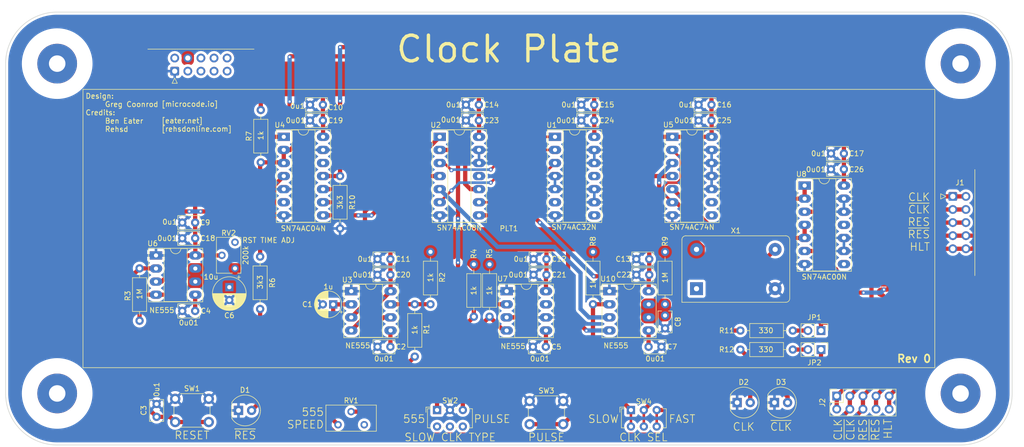
<source format=kicad_pcb>
(kicad_pcb (version 20211014) (generator pcbnew)
  (title_block (title "ClockPlate") (date "2022-12-30") (rev "9") (company "Microcode.io"))
  (layers (0 "F.Cu" signal) (31 "B.Cu" power) (34 "B.Paste" user) (35 "F.Paste" user) (36 "B.SilkS" user "B.Silkscreen") (37 "F.SilkS" user "F.Silkscreen") (38 "B.Mask" user) (39 "F.Mask" user) (44 "Edge.Cuts" user))
  (net 0 "")
  (net 1 "Net-(C1-Pad1)")
  (net 2 "GND")
  (net 3 "Net-(C2-Pad1)")
  (net 4 "Net-(C3-Pad1)")
  (net 5 "Net-(C4-Pad1)")
  (net 6 "Net-(C5-Pad1)")
  (net 7 "Net-(C6-Pad1)")
  (net 8 "Net-(C7-Pad1)")
  (net 9 "Net-(C8-Pad1)")
  (net 10 "+5V")
  (net 11 "Net-(D1-Pad2)")
  (net 12 "Net-(D2-Pad2)")
  (net 13 "Net-(D3-Pad2)")
  (net 14 "CLK")
  (net 15 "~{CLK}")
  (net 16 "RES")
  (net 17 "~{RES}")
  (net 18 "HLT")
  (net 19 "Net-(JP1-Pad2)")
  (net 20 "Net-(JP2-Pad2)")
  (net 21 "Net-(R1-Pad1)")
  (net 22 "Net-(R1-Pad2)")
  (net 23 "Net-(R4-Pad2)")
  (net 24 "Net-(R5-Pad2)")
  (net 25 "Net-(R8-Pad2)")
  (net 28 "/CLK_SLOW")
  (net 29 "/CLK_FAST")
  (net 30 "Net-(U1-Pad1)")
  (net 31 "Net-(U1-Pad2)")
  (net 32 "Net-(U1-Pad3)")
  (net 36 "/CLK_555")
  (net 37 "/CLK_TYPE")
  (net 38 "Net-(U2-Pad4)")
  (net 39 "/CLK_PULSE")
  (net 40 "~{HLT}")
  (net 44 "Net-(U5-Pad2)")
  (net 45 "Net-(U5-Pad5)")
  (net 48 "Net-(U6-Pad3)")
  (net 64 "/CLK_SEL")
  (footprint "Capacitor_THT:C_Rect_L4.0mm_W2.5mm_P2.50mm" (layer "F.Cu") (at 170.454 100.555113)
    (fp_text reference "C13")
    (fp_text value "0u1")
  )
  (footprint "Resistor_THT:R_Axial_DIN0207_L6.3mm_D2.5mm_P10.16mm_Horizontal" (layer "F.Cu") (at 162.052 99.158113 -90)
    (fp_text reference "R8")
    (fp_text value "1k")
  )
  (footprint "Capacitor_THT:C_Rect_L4.0mm_W2.5mm_P2.50mm" (layer "F.Cu") (at 182.519 73.66)
    (fp_text reference "C25")
    (fp_text value "0u01")
  )
  (footprint "Package_DIP:DIP-14_W7.62mm_Socket_LongPads" (layer "F.Cu") (at 102.118 76.83)
    (fp_text reference "U4")
    (fp_text value "SN74AC04N_Multi")
  )
  (footprint "Capacitor_THT:C_Rect_L4.0mm_W2.5mm_P2.50mm" (layer "F.Cu") (at 107.208 70.612)
    (fp_text reference "C10")
    (fp_text value "0u1")
  )
  (footprint "Capacitor_THT:C_Rect_L4.0mm_W2.5mm_P2.50mm" (layer "F.Cu") (at 107.208 73.66)
    (fp_text reference "C19")
    (fp_text value "0u01")
  )
  (footprint "Capacitor_THT:C_Rect_L4.0mm_W2.5mm_P2.50mm" (layer "F.Cu") (at 150.535 100.555113)
    (fp_text reference "C12")
    (fp_text value "0u1")
  )
  (footprint "Potentiometer_THT:Potentiometer_Bourns_3386X_Horizontal" (layer "F.Cu") (at 112.632834 132.695 90)
    (fp_text reference "RV1")
    (fp_text value "1M")
  )
  (footprint "Package_DIP:DIP-14_W7.62mm_Socket_LongPads" (layer "F.Cu") (at 132.344 76.83)
    (fp_text reference "U2")
    (fp_text value "SN74AC08N")
  )
  (footprint "Package_DIP:DIP-8_W7.62mm_Socket_LongPads" (layer "F.Cu") (at 145.318 106.788113)
    (fp_text reference "U7")
    (fp_text value "NE555P")
  )
  (footprint "Resistor_THT:R_Axial_DIN0207_L6.3mm_D2.5mm_P10.16mm_Horizontal" (layer "F.Cu") (at 97.536 100.076 -90)
    (fp_text reference "R6")
    (fp_text value "3k3")
  )
  (footprint "Package_DIP:DIP-14_W7.62mm_Socket_LongPads" (layer "F.Cu") (at 154.686 76.83)
    (fp_text reference "U1")
    (fp_text value "SN74AC32N")
  )
  (footprint "LED_THT:LED_D5.0mm" (layer "F.Cu") (at 197.226 128.397)
    (fp_text reference "D3")
    (fp_text value "~{CLK}_LED")
  )
  (footprint "Capacitor_THT:C_Rect_L4.0mm_W2.5mm_P2.50mm" (layer "F.Cu") (at 77.47 131.171 90)
    (fp_text reference "C3")
    (fp_text value "0u1")
  )
  (footprint "Connector_PinSocket_2.54mm:PinSocket_2x05_P2.54mm_Vertical" (layer "F.Cu") (at 209.296 127.127 90)
    (fp_text reference "J2")
    (fp_text value "Signal Header")
  )
  (footprint "Capacitor_THT:C_Rect_L4.0mm_W2.5mm_P2.50mm" (layer "F.Cu") (at 170.454 103.603113)
    (fp_text reference "C22")
    (fp_text value "0u01")
  )
  (footprint "Connector_PinHeader_2.54mm:PinHeader_1x02_P2.54mm_Vertical" (layer "F.Cu") (at 206.248 114.427 -90)
    (fp_text reference "JP1")
    (fp_text value "CLK_LED_JMP")
  )
  (footprint "Resistor_THT:R_Axial_DIN0207_L6.3mm_D2.5mm_P10.16mm_Horizontal" (layer "F.Cu") (at 127.508 119.478113 90)
    (fp_text reference "R1")
    (fp_text value "1k")
  )
  (footprint "Connector_PinHeader_2.54mm:PinHeader_1x02_P2.54mm_Vertical" (layer "F.Cu") (at 206.248 118.11 -90)
    (fp_text reference "JP2")
    (fp_text value "~{CLK}_LED_JMP")
  )
  (footprint "Capacitor_THT:C_Rect_L4.0mm_W2.5mm_P2.50mm" (layer "F.Cu") (at 137.434 73.66)
    (fp_text reference "C23")
    (fp_text value "0u01")
  )
  (footprint "Resistor_THT:R_Axial_DIN0207_L6.3mm_D2.5mm_P10.16mm_Horizontal" (layer "F.Cu") (at 200.782 118.11 180)
    (fp_text reference "R12")
    (fp_text value "330")
  )
  (footprint "Capacitor_THT:C_Rect_L4.0mm_W2.5mm_P2.50mm" (layer "F.Cu") (at 150.535 103.603113)
    (fp_text reference "C21")
    (fp_text value "0u01")
  )
  (footprint "Capacitor_THT:C_Rect_L4.0mm_W2.5mm_P2.50mm" (layer "F.Cu") (at 84.943 110.617 180)
    (fp_text reference "C4")
    (fp_text value "0u01")
  )
  (footprint "Button_Switch_THT:SW_PUSH_6mm" (layer "F.Cu") (at 149.774166 128.095)
    (fp_text reference "SW3")
    (fp_text value "Clock Pulse")
  )
  (footprint "Package_DIP:DIP-14_W7.62mm_Socket_LongPads" (layer "F.Cu") (at 203.073 86.2915)
    (fp_text reference "U8")
    (fp_text value "SN74AC00N")
  )
  (footprint "Button_Switch_THT:SW_E-Switch_EG1271_DPDT" (layer "F.Cu") (at 169.407334 129.845)
    (fp_text reference "SW4")
    (fp_text value "Clock Source SW")
  )
  (footprint "Resistor_THT:R_Axial_DIN0207_L6.3mm_D2.5mm_P10.16mm_Horizontal" (layer "F.Cu") (at 138.958 101.571113 -90)
    (fp_text reference "R4")
    (fp_text value "1k")
  )
  (footprint "Capacitor_THT:C_Rect_L4.0mm_W2.5mm_P2.50mm" (layer "F.Cu") (at 208.188 83.1215)
    (fp_text reference "C26")
    (fp_text value "0u01")
  )
  (footprint "Package_DIP:DIP-8_W7.62mm_Socket_LongPads" (layer "F.Cu") (at 115.199 106.788113)
    (fp_text reference "U3")
    (fp_text value "NE555P")
  )
  (footprint "Resistor_THT:R_Axial_DIN0207_L6.3mm_D2.5mm_P10.16mm_Horizontal" (layer "F.Cu") (at 74.168 102.362 -90)
    (fp_text reference "R3")
    (fp_text value "1M")
  )
  (footprint "Capacitor_THT:C_Rect_L4.0mm_W2.5mm_P2.50mm" (layer "F.Cu") (at 172.827 117.573113)
    (fp_text reference "C7")
    (fp_text value "0u01")
  )
  (footprint "Capacitor_THT:C_Rect_L4.0mm_W2.5mm_P2.50mm" (layer "F.Cu") (at 137.434 70.612)
    (fp_text reference "C14")
    (fp_text value "0u1")
  )
  (footprint "Potentiometer_THT:Potentiometer_Bourns_3266W_Vertical" (layer "F.Cu") (at 92.665 102.362 -90)
    (fp_text reference "RV2")
    (fp_text value "200k")
  )
  (footprint "Button_Switch_THT:SW_PUSH_6mm" (layer "F.Cu") (at 81.078 127.671)
    (fp_text reference "SW1")
    (fp_text value "Reset SW")
  )
  (footprint "Capacitor_THT:C_Rect_L4.0mm_W2.5mm_P2.50mm" (layer "F.Cu") (at 120.289 100.555113)
    (fp_text reference "C11")
    (fp_text value "0u1")
  )
  (footprint "ExtraParts:LP_EXT" (layer "F.Cu") (at 231.7925 88.392)
    (fp_text reference "J1")
    (fp_text value "Signal Header")
  )
  (footprint "Package_DIP:DIP-14_W7.62mm_Socket_LongPads" (layer "F.Cu") (at 177.429 76.83)
    (fp_text reference "U5")
    (fp_text value "SN74AC74N")
  )
  (footprint "Resistor_THT:R_Axial_DIN0207_L6.3mm_D2.5mm_P10.16mm_Horizontal" (layer "F.Cu") (at 142.006 101.571113 -90)
    (fp_text reference "R5")
    (fp_text value "1k")
  )
  (footprint "Resistor_THT:R_Axial_DIN0207_L6.3mm_D2.5mm_P10.16mm_Horizontal" (layer "F.Cu") (at 176.022 99.158113 -90)
    (fp_text reference "R9")
    (fp_text value "1M")
  )
  (footprint "Resistor_THT:R_Axial_DIN0207_L6.3mm_D2.5mm_P10.16mm_Horizontal" (layer "F.Cu") (at 200.782 114.427 180)
    (fp_text reference "R11")
    (fp_text value "330")
  )
  (footprint "Package_DIP:DIP-8_W7.62mm_Socket_LongPads" (layer "F.Cu") (at 165.237 106.788113)
    (fp_text reference "U10")
    (fp_text value "NE555P")
  )
  (footprint "Button_Switch_THT:SW_E-Switch_EG1271_DPDT" (layer "F.Cu") (at 131.826 129.845)
    (fp_text reference "SW2")
    (fp_text value "Clock Type SW")
  )
  (footprint "Resistor_THT:R_Axial_DIN0207_L6.3mm_D2.5mm_P10.16mm_Horizontal" (layer "F.Cu") (at 130.556 109.318113 90)
    (fp_text reference "R2")
    (fp_text value "1k")
  )
  (footprint "Capacitor_THT:CP_Radial_D6.3mm_P2.50mm" (layer "F.Cu") (at 91.567 106.005621 -90)
    (fp_text reference "C6")
    (fp_text value "10u")
  )
  (footprint "Package_DIP:DIP-8_W7.62mm_Socket_LongPads" (layer "F.Cu") (at 77.353 99.847)
    (fp_text reference "U6")
    (fp_text value "NE555P")
  )
  (footprint "Capacitor_THT:C_Rect_L4.0mm_W2.5mm_P2.50mm" (layer "F.Cu") (at 82.443 93.472)
    (fp_text reference "C9")
    (fp_text value "0u1")
  )
  (footprint "Capacitor_THT:C_Rect_L4.0mm_W2.5mm_P2.50mm" (layer "F.Cu") (at 182.519 70.612)
    (fp_text reference "C16")
    (fp_text value "0u1")
  )
  (footprint "Capacitor_THT:C_Rect_L4.0mm_W2.5mm_P2.50mm" (layer "F.Cu") (at 82.443 96.52)
    (fp_text reference "C18")
    (fp_text value "0u01")
  )
  (footprint "Capacitor_THT:CP_Radial_D5.0mm_P2.00mm" (layer "F.Cu") (at 111.699113 109.347 180)
    (fp_text reference "C1")
    (fp_text value "1u")
  )
  (footprint "Capacitor_THT:C_Rect_L4.0mm_W2.5mm_P2.50mm" (layer "F.Cu") (at 120.289 103.603113)
    (fp_text reference "C20")
    (fp_text value "0u01")
  )
  (footprint "ExtraParts:BasePlate with Extension" (layer "F.Cu") (at 145.751225 94.627)
    (fp_text reference "PLT1")
    (fp_text value "BasePlate_with_PL_Extension")
    (fp_poly (pts (arc (start 87.55 42) (mid 94.621068 39.071068) (end 97.55 32)) (arc (start 97.55 -32) (mid 94.621068 -39.071068) (end 87.55 -42)) (arc (start -87.55 -42) (mid -94.621068 -39.071068) (end -97.55 -32)) (arc (start -97.55 32) (mid -94.621068 39.071068) (end -87.55 42))) (layer "Edge.Cuts") (width 0.12) (fill none))
  )
  (footprint "Capacitor_THT:C_Rect_L4.0mm_W2.5mm_P2.50mm" (layer "F.Cu") (at 152.908 117.573113 180)
    (fp_text reference "C5")
    (fp_text value "0u01")
  )
  (footprint "Resistor_THT:R_Axial_DIN0207_L6.3mm_D2.5mm_P10.16mm_Horizontal" (layer "F.Cu") (at 97.663 71.628 -90)
    (fp_text reference "R7")
    (fp_text value "1k")
  )
  (footprint "Resistor_THT:R_Axial_DIN0207_L6.3mm_D2.5mm_P10.16mm_Horizontal" (layer "F.Cu") (at 113.03 84.455 -90)
    (fp_text reference "R10")
    (fp_text value "3k3")
  )
  (footprint "LED_THT:LED_D5.0mm" (layer "F.Cu") (at 189.987 128.397)
    (fp_text reference "D2")
    (fp_text value "CLK_LED")
  )
  (footprint "Oscillator:Oscillator_DIP-14_LargePads" (layer "F.Cu") (at 182.118 106.299)
    (fp_text reference "X1")
    (fp_text value "CXO_DIP14")
  )
  (footprint "LED_THT:LED_D5.0mm" (layer "F.Cu") (at 93.34 129.921)
    (fp_text reference "D1")
    (fp_text value "~{RES}_LED")
  )
  (footprint "Capacitor_THT:C_Rect_L4.0mm_W2.5mm_P2.50mm" (layer "F.Cu") (at 159.786 70.612)
    (fp_text reference "C15")
    (fp_text value "0u1")
  )
  (footprint "Capacitor_THT:C_Rect_L4.0mm_W2.5mm_P2.50mm" (layer "F.Cu") (at 122.789 117.573113 180)
    (fp_text reference "C2")
    (fp_text value "0u01")
  )
  (footprint "Capacitor_THT:C_Rect_L4.0mm_W2.5mm_P2.50mm" (layer "F.Cu") (at 208.188 80.0735)
    (fp_text reference "C17")
    (fp_text value "0u1")
  )
  (footprint "Capacitor_THT:C_Rect_L4.0mm_W2.5mm_P2.50mm" (layer "F.Cu") (at 176.022 111.497113 -90)
    (fp_text reference "C8")
    (fp_text value "0u1")
  )
  (footprint "Capacitor_THT:C_Rect_L4.0mm_W2.5mm_P2.50mm" (layer "F.Cu") (at 159.786 73.66)
    (fp_text reference "C24")
    (fp_text value "0u01")
  )
  (gr_text "SN74AC74N" (at 181.229 94.361) (layer "F.SilkS") (effects (font (size 1 1))))
  (gr_text "PULSE" (at 142.494 131.572) (layer "F.SilkS") (effects (font (size 1.5 1.5))))
  (gr_text "CLK" (at 191.262 133.096) (layer "F.SilkS") (effects (font (size 1.5 1.5))))
  (gr_text "SLOW" (at 164.084 131.572) (layer "F.SilkS") (effects (font (size 1.5 1.5))))
  (gr_text "RST TIME ADJ" (at 99.187 96.901) (layer "F.SilkS") (effects (font (size 1 1))))
  (gr_text "FAST" (at 179.324 131.572) (layer "F.SilkS") (effects (font (size 1.5 1.5))))
  (gr_text "NE555" (at 116.459 117.348) (layer "F.SilkS") (effects (font (size 1 1))))
  (gr_text "~{CLK}" (at 198.501 133.096) (layer "F.SilkS") (effects (font (size 1.5 1.5))))
  (gr_text "Clock Plate" (at 145.751225 59.817) (layer "F.SilkS") (effects (font (size 5 5) (thickness 0.65))))
  (gr_text "555" (at 127.381 131.572) (layer "F.SilkS") (effects (font (size 1.5 1.5))))
  (gr_text "SN74AC08N" (at 136.144 94.488) (layer "F.SilkS") (effects (font (size 1 1))))
  (gr_text "[microcode.io]\n\n[eater.net]\n[rehsdonline.com]" (at 78.359 72.898) (layer "F.SilkS") (effects (font (size 1 1)) (justify left)))
  (gr_text "RESET" (at 84.328 134.747) (layer "F.SilkS") (effects (font (size 1.5 1.5))))
  (gr_text "Design:\n	Greg Coonrod\nCredits:\n	Ben Eater\n	Rehsd	" (at 63.627 72.136) (layer "F.SilkS") (effects (font (size 1 1)) (justify left)))
  (gr_text "SN74AC32N" (at 158.369 94.361) (layer "F.SilkS") (effects (font (size 1 1))))
  (gr_text "~{RES}" (at 94.615 134.747) (layer "F.SilkS") (effects (font (size 1.5 1.5))))
  (gr_text "NE555" (at 78.486 110.49) (layer "F.SilkS") (effects (font (size 1 1))))
  (gr_text "SLOW CLK TYPE" (at 134.366 135.128) (layer "F.SilkS") (effects (font (size 1.5 1.5))))
  (gr_text "SN74AC04N" (at 105.918 94.615) (layer "F.SilkS") (effects (font (size 1 1))))
  (gr_text "NE555" (at 166.497 117.348) (layer "F.SilkS") (effects (font (size 1 1))))
  (gr_text "CLK\n~{CLK}\nRES\n~{RES}\nHLT" (at 214.376 131.445 90) (layer "F.SilkS") (effects (font (size 1.5 1.5)) (justify right)))
  (gr_text "SN74AC00N" (at 206.883 104.013) (layer "F.SilkS") (effects (font (size 1 1))))
  (gr_text "PULSE" (at 153.035 135.128) (layer "F.SilkS") (effects (font (size 1.5 1.5))))
  (gr_text "Rev 0" (at 224.282 119.888) (layer "F.SilkS") (effects (font (size 1.5 1.5) (thickness 0.3))))
  (gr_text "NE555" (at 146.558 117.475) (layer "F.SilkS") (effects (font (size 1 1))))
  (gr_text "555\nSPEED" (at 109.982 131.445) (layer "F.SilkS") (effects (font (size 1.5 1.5)) (justify right)))
  (gr_text "CLK\n~{CLK}\nRES\n~{RES}\nHLT" (at 227.457 93.345) (layer "F.SilkS") (effects (font (size 1.5 1.5)) (justify right)))
  (gr_text "CLK SEL" (at 171.831 135.128) (layer "F.SilkS") (effects (font (size 1.5 1.5))))
  (segment (start 111.699113 121.599887) (end 111.699113 131.761279) (width 0.825) (layer "F.Cu") (net 1))
  (segment (start 111.699113 131.761279) (end 112.632834 132.695) (width 0.825) (layer "F.Cu") (net 1))
  (segment (start 111.699113 109.347) (end 111.699113 121.599887) (width 0.825) (layer "F.Cu") (net 1))
  (segment (start 121.430887 111.868113) (end 111.699113 121.599887) (width 0.825) (layer "F.Cu") (net 1))
  (segment (start 122.819 111.868113) (end 121.430887 111.868113) (width 0.825) (layer "F.Cu") (net 1))
  (segment (start 115.180113 109.347) (end 115.199 109.328113) (width 0.825) (layer "F.Cu") (net 1))
  (segment (start 111.699113 109.347) (end 115.180113 109.347) (width 0.825) (layer "F.Cu") (net 1))
  (segment (start 122.789 117.573113) (end 122.789 114.438113) (width 0.825) (layer "F.Cu") (net 3))
  (segment (start 122.789 114.438113) (end 122.819 114.408113) (width 0.25) (layer "F.Cu") (net 3))
  (segment (start 81.078 132.171) (end 87.578 132.171) (width 0.825) (layer "F.Cu") (net 4))
  (segment (start 77.328 102.362) (end 77.353 102.387) (width 0.25) (layer "F.Cu") (net 4))
  (segment (start 72.39 126.091) (end 77.47 131.171) (width 0.825) (layer "F.Cu") (net 4))
  (segment (start 80.078 131.171) (end 81.078 132.171) (width 0.825) (layer "F.Cu") (net 4))
  (segment (start 74.168 102.362) (end 77.328 102.362) (width 0.825) (layer "F.Cu") (net 4))
  (segment (start 74.168 102.362) (end 72.39 104.14) (width 0.825) (layer "F.Cu") (net 4))
  (segment (start 72.39 104.14) (end 72.39 126.091) (width 0.825) (layer "F.Cu") (net 4))
  (segment (start 77.47 131.171) (end 80.078 131.171) (width 0.825) (layer "F.Cu") (net 4))
  (segment (start 84.943 110.617) (end 84.943 107.497) (width 0.825) (layer "F.Cu") (net 5))
  (segment (start 84.943 107.497) (end 84.973 107.467) (width 0.25) (layer "F.Cu") (net 5))
  (segment (start 152.938 117.543113) (end 152.908 117.573113) (width 0.825) (layer "F.Cu") (net 6))
  (segment (start 152.938 114.408113) (end 152.938 117.543113) (width 0.825) (layer "F.Cu") (net 6))
  (segment (start 172.827 117.573113) (end 172.827 114.438113) (width 0.825) (layer "F.Cu") (net 8))
  (segment (start 172.827 114.438113) (end 172.857 114.408113) (width 0.825) (layer "F.Cu") (net 8))
  (segment (start 185.049 73.69) (end 185.019 73.66) (width 0.825) (layer "F.Cu") (net 10))
  (segment (start 153.035 100.555113) (end 153.035 97.282) (width 0.825) (layer "F.Cu") (net 10))
  (segment (start 115.199 114.408113) (end 122.819 106.788113) (width 0.825) (layer "F.Cu") (net 10))
  (segment (start 122.819 106.788113) (end 122.819 103.633113) (width 0.825) (layer "F.Cu") (net 10))
  (segment (start 172.857 103.700113) (end 172.954 103.603113) (width 0.825) (layer "F.Cu") (net 10))
  (segment (start 84.943 93.472) (end 84.943 79.522) (width 0.825) (layer "F.Cu") (net 10))
  (segment (start 185.049 76.83) (end 185.049 73.69) (width 0.825) (layer "F.Cu") (net 10))
  (segment (start 139.934 73.66) (end 139.934 70.612) (width 0.825) (layer "F.Cu") (net 10))
  (segment (start 84.943 79.522) (end 99.06 65.405) (width 0.825) (layer "F.Cu") (net 10))
  (segment (start 139.934 70.612) (end 139.934 66.314) (width 0.825) (layer "F.Cu") (net 10))
  (segment (start 172.954 103.603113) (end 172.954 100.555113) (width 0.825) (layer "F.Cu") (net 10))
  (segment (start 74.651 107.467) (end 74.168 107.95) (width 0.825) (layer "F.Cu") (net 10))
  (segment (start 83.541 99.847) (end 84.973 99.847) (width 0.825) (layer "F.Cu") (net 10))
  (segment (start 172.954 100.555113) (end 172.954 98.445) (width 0.825) (layer "F.Cu") (net 10))
  (segment (start 172.339 84.455) (end 172.344 84.45) (width 0.825) (layer "F.Cu") (net 10))
  (segment (start 109.738 73.69) (end 109.708 73.66) (width 0.825) (layer "F.Cu") (net 10))
  (segment (start 177.429 84.45) (end 172.344 84.45) (width 0.825) (layer "F.Cu") (net 10))
  (segment (start 122.819 103.633113) (end 122.789 103.603113) (width 0.825) (layer "F.Cu") (net 10))
  (segment (start 177.429 76.83) (end 172.471 76.83) (width 0.825) (layer "F.Cu") (net 10))
  (segment (start 84.973 99.847) (end 90.1 99.847) (width 0.825) (layer "F.Cu") (net 10))
  (segment (start 90.1 99.847) (end 90.125 99.822) (width 0.5) (layer "F.Cu") (net 10))
  (segment (start 153.035 103.603113) (end 153.035 100.555113) (width 0.825) (layer "F.Cu") (net 10))
  (segment (start 162.286 73.66) (end 162.286 70.612) (width 0.825) (layer "F.Cu") (net 10))
  (segment (start 122.789 103.603113) (end 122.789 100.555113) (width 0.825) (layer "F.Cu") (net 10))
  (segment (start 84.943 96.52) (end 84.943 93.472) (width 0.825) (layer "F.Cu") (net 10))
  (segment (start 84.973 99.847) (end 84.973 96.55) (width 0.825) (layer "F.Cu") (net 10))
  (segment (start 172.466 76.835) (end 172.471 76.83) (width 0.825) (layer "F.Cu") (net 10))
  (segment (start 77.353 107.467) (end 79.223 107.467) (width 0.825) (layer "F.Cu") (net 10))
  (segment (start 152.938 106.788113) (end 152.938 103.700113) (width 0.825) (layer "F.Cu") (net 10))
  (segment (start 77.353 107.467) (end 74.651 107.467) (width 0.825) (layer "F.Cu") (net 10))
  (segment (start 81.153 105.537) (end 81.153 102.235) (width 0.825) (layer "F.Cu") (net 10))
  (segment (start 185.049 76.83) (end 177.429 76.83) (width 0.825) (layer "F.Cu") (net 10))
  (segment (start 79.223 107.467) (end 81.153 105.537) (width 0.825) (layer "F.Cu") (net 10))
  (segment (start 152.938 103.700113) (end 153.035 103.603113) (width 0.825) (layer "F.Cu") (net 10))
  (segment (start 185.019 70.612) (end 185.019 66.695) (width 0.825) (layer "F.Cu") (net 10))
  (segment (start 97.663 69.977) (end 100.711 66.929) (width 0.825) (layer "F.Cu") (net 10))
  (segment (start 160.782 114.427) (end 157.226 110.871) (width 0.825) (layer "F.Cu") (net 10))
  (segment (start 81.153 102.235) (end 83.541 99.847) (width 0.825) (layer "F.Cu") (net 10))
  (segment (start 210.693 86.2915) (end 210.693 83.1265) (width 0.825) (layer "F.Cu") (net 10))
  (segment (start 172.974 98.425) (end 172.954 98.445) (width 0.825) (layer "F.Cu") (net 10))
  (segment (start 84.973 96.55) (end 84.943 96.52) (width 0.5) (layer "F.Cu") (net 10))
  (segment (start 109.708 73.66) (end 109.708 70.612) (width 0.825) (layer "F.Cu") (net 10))
  (segment (start 122.789 100.555113) (end 122.789 97.81) (width 0.825) (layer "F.Cu") (net 10))
  (segment (start 122.789 97.81) (end 122.809 97.79) (width 0.825) (layer "F.Cu") (net 10))
  (segment (start 162.286 70.612) (end 162.286 65.806) (width 0.825) (layer "F.Cu") (net 10))
  (segment (start 210.688 80.0735) (end 210.688 76.078) (width 0.825) (layer "F.Cu") (net 10))
  (segment (start 162.306 76.83) (end 162.306 73.68) (width 0.825) (layer "F.Cu") (net 10))
  (segment (start 210.688 83.1215) (end 210.688 80.0735) (width 0.825) (layer "F.Cu") (net 10))
  (segment (start 172.857 106.788113) (end 172.857 103.700113) (width 0.825) (layer "F.Cu") (net 10))
  (segment (start 139.964 73.69) (end 139.934 73.66) (width 0.825) (layer "F.Cu") (net 10))
  (segment (start 139.964 76.83) (end 139.964 73.69) (width 0.825) (layer "F.Cu") (net 10))
  (segment (start 162.306 73.68) (end 162.286 73.66) (width 0.825) (layer "F.Cu") (net 10))
  (segment (start 157.226 110.871) (end 157.226 97.79) (width 0.825) (layer "F.Cu") (net 10))
  (segment (start 97.663 71.628) (end 97.663 69.977) (width 0.825) (layer "F.Cu") (net 10))
  (segment (start 109.708 70.612) (end 109.708 66.822) (width 0.825) (layer "F.Cu") (net 10))
  (segment (start 109.738 76.83) (end 109.738 73.69) (width 0.825) (layer "F.Cu") (net 10))
  (segment (start 185.019 73.66) (end 185.019 70.612) (width 0.825) (layer "F.Cu") (net 10))
  (segment (start 74.168 107.95) (end 74.168 112.522) (width 0.825) (layer "F.Cu") (net 10))
  (via (at 160.782 114.427) (size 0.8) (drill 0.4) (layers "F.Cu" "B.Cu") (net 10))
  (segment (start 165.237 114.408113) (end 160.800887 114.408113) (width 0.825) (layer "B.Cu") (net 10))
  (segment (start 160.800887 114.408113) (end 160.782 114.427) (width 0.825) (layer "B.Cu") (net 10))
  (segment (start 97.536 110.236) (end 97.536 128.265) (width 0.825) (layer "F.Cu") (net 11))
  (segment (start 97.536 128.265) (end 95.88 129.921) (width 0.825) (layer "F.Cu") (net 11))
  (segment (start 192.527 124.328) (end 188.087 119.888) (width 0.825) (layer "F.Cu") (net 12))
  (segment (start 188.087 119.888) (end 188.087 115.189) (width 0.825) (layer "F.Cu") (net 12))
  (segment (start 192.527 128.397) (end 192.527 124.328) (width 0.825) (layer "F.Cu") (net 12))
  (segment (start 188.087 115.189) (end 188.849 114.427) (width 0.825) (layer "F.Cu") (net 12))
  (segment (start 188.849 114.427) (end 190.622 114.427) (width 0.825) (layer "F.Cu") (net 12))
  (segment (start 199.766 128.397) (end 199.766 127.254) (width 0.825) (layer "F.Cu") (net 13))
  (segment (start 199.766 127.254) (end 190.622 118.11) (width 0.825) (layer "F.Cu") (net 13))
  (segment (start 216.527 118.236) (end 216.027 118.236) (width 0.825) (layer "F.Cu") (net 14))
  (segment (start 205.122269 110.879269) (end 205.613 110.879269) (width 0.825) (layer "F.Cu") (net 14))
  (segment (start 205.613 104.558248) (end 205.613 99.568) (width 0.825) (layer "F.Cu") (net 14))
  (segment (start 217.027 114.661) (end 217.027 114.636) (width 0.825) (layer "F.Cu") (net 14))
  (segment (start 204.631538 107.304269) (end 204.631538 107.260731) (width 0.825) (layer "F.Cu") (net 14))
  (segment (start 205.613 110.879269) (end 205.613 110.87) (width 0.825) (layer "F.Cu") (net 14))
  (segment (start 206.103731 107.795) (end 205.613 107.795) (width 0.825) (layer "F.Cu") (net 14))
  (segment (start 216.027 117.211) (end 216.527 117.211) (width 0.825) (layer "F.Cu") (net 14))
  (segment (start 205.613 106.77) (end 206.103731 106.77) (width 0.825) (layer "F.Cu") (net 14))
  (segment (start 205.613 108.82) (end 206.103731 108.82) (width 0.825) (layer "F.Cu") (net 14))
  (segment (start 206.594462 110.379269) (end 206.594462 110.335731) (width 0.825) (layer "F.Cu") (net 14))
  (segment (start 215.527 115.161) (end 216.027 115.161) (width 0.825) (layer "F.Cu") (net 14))
  (segment (start 231.7925 88.392) (end 234.3325 88.392) (width 0.825) (layer "F.Cu") (net 14))
  (segment (start 204.631538 111.413538) (end 204.631538 111.37) (width 0.825) (layer "F.Cu") (net 14))
  (segment (start 205.613 107.795) (end 205.122269 107.795) (width 0.825) (layer "F.Cu") (net 14))
  (segment (start 217.027 118.761) (end 217.027 118.736) (width 0.825) (layer "F.Cu") (net 14))
  (segment (start 205.613 109.845) (end 205.122269 109.845) (width 0.825) (layer "F.Cu") (net 14))
  (segment (start 206.248 114.427) (end 206.248 113.03) (width 0.825) (layer "F.Cu") (net 14))
  (segment (start 205.122269 106.77) (end 205.613 106.77) (width 0.825) (layer "F.Cu") (net 14))
  (segment (start 205.613 110.87) (end 206.103731 110.87) (width 0.825) (layer "F.Cu") (net 14))
  (segment (start 216.027 116.186) (end 215.527 116.186) (width 0.825) (layer "F.Cu") (net 14))
  (segment (start 209.296 127.127) (end 216.027 120.396) (width 0.825) (layer "F.Cu") (net 14))
  (segment (start 217.027 116.711) (end 217.027 116.686) (width 0.825) (layer "F.Cu") (net 14))
  (segment (start 216.027 113.636) (end 216.027 112.894973) (width 0.825) (layer "F.Cu") (net 14))
  (segment (start 206.112973 112.894973) (end 205.613 112.395) (width 0.825) (layer "F.Cu") (net 14))
  (segment (start 206.248 113.03) (end 206.112973 112.894973) (width 0.825) (layer "F.Cu") (net 14))
  (segment (start 215.027 117.736) (end 215.027 117.711) (width 0.825) (layer "F.Cu") (net 14))
  (segment (start 205.613 105.254269) (end 205.613 104.558248) (width 0.825) (layer "F.Cu") (net 14))
  (segment (start 206.594462 108.329269) (end 206.594462 108.285731) (width 0.825) (layer "F.Cu") (net 14))
  (segment (start 216.027 118.236) (end 215.527 118.236) (width 0.825) (layer "F.Cu") (net 14))
  (segment (start 216.027 112.894973) (end 216.027 96.52) (width 0.825) (layer "F.Cu") (net 14))
  (segment (start 206.103731 109.845) (end 205.613 109.845) (width 0.825) (layer "F.Cu") (net 14))
  (segment (start 216.027 112.894973) (end 206.112973 112.894973) (width 0.825) (layer "F.Cu") (net 14))
  (segment (start 224.155 88.392) (end 231.7925 88.392) (width 0.825) (layer "F.Cu") (net 14))
  (segment (start 205.0365 98.9915) (end 203.073 98.9915) (width 0.825) (layer "F.Cu") (net 14))
  (segment (start 209.296 127.127) (end 209.296 129.667) (width 0.825) (layer "F.Cu") (net 14))
  (segment (start 216.027 96.52) (end 224.155 88.392) (width 0.825) (layer "F.Cu") (net 14))
  (segment (start 206.594462 106.279269) (end 206.594462 106.235731) (width 0.825) (layer "F.Cu") (net 14))
  (segment (start 215.027 115.686) (end 215.027 115.661) (width 0.825) (layer "F.Cu") (net 14))
  (segment (start 216.027 115.161) (end 216.527 115.161) (width 0.825) (layer "F.Cu") (net 14))
  (segment (start 205.122269 108.82) (end 205.613 108.82) (width 0.825) (layer "F.Cu") (net 14))
  (segment (start 204.631538 109.354269) (end 204.631538 109.310731) (width 0.825) (layer "F.Cu") (net 14))
  (segment (start 205.613 99.568) (end 205.0365 98.9915) (width 0.825) (layer "F.Cu") (net 14))
  (segment (start 216.027 120.396) (end 216.027 119.761) (width 0.825) (layer "F.Cu") (net 14))
  (segment (start 216.527 116.186) (end 216.027 116.186) (width 0.825) (layer "F.Cu") (net 14))
  (segment (start 215.527 117.211) (end 216.027 117.211) (width 0.825) (layer "F.Cu") (net 14))
  (arc (start 216.527 117.211) (mid 216.880553 117.064553) (end 217.027 116.711) (width 0.825) (layer "F.Cu") (net 14))
  (arc (start 216.527 114.136) (mid 216.173447 113.989553) (end 216.027 113.636) (width 0.825) (layer "F.Cu") (net 14))
  (arc (start 215.527 118.236) (mid 215.173447 118.089553) (end 215.027 117.736) (width 0.825) (layer "F.Cu") (net 14))
  (arc (start 206.594462 110.335731) (mid 206.45073 109.988732) (end 206.103731 109.845) (width 0.825) (layer "F.Cu") (net 14))
  (arc (start 204.631538 111.37) (mid 204.77527 111.023001) (end 205.122269 110.879269) (width 0.825) (layer "F.Cu") (net 14))
  (arc (start 215.027 117.711) (mid 215.173447 117.357447) (end 215.527 117.211) (width 0.825) (layer "F.Cu") (net 14))
  (arc (start 215.527 116.186) (mid 215.173447 116.039553) (end 215.027 115.686) (width 0.825) (layer "F.Cu") (net 14))
  (arc (start 216.027 119.761) (mid 216.173447 119.407447) (end 216.527 119.261) (width 0.825) (layer "F.Cu") (net 14))
  (arc (start 217.027 114.636) (mid 216.880553 114.282447) (end 216.527 114.136) (width 0.825) (layer "F.Cu") (net 14))
  (arc (start 217.027 116.686) (mid 216.880553 116.332447) (end 216.527 116.186) (width 0.825) (layer "F.Cu") (net 14))
  (arc (start 206.594462 108.285731) (mid 206.45073 107.938732) (end 206.103731 107.795) (width 0.825) (layer "F.Cu") (net 14))
  (arc (start 205.122269 109.845) (mid 204.77527 109.701268) (end 204.631538 109.354269) (width 0.825) (layer "F.Cu") (net 14))
  (arc (start 205.613 112.395) (mid 205.469268 112.048001) (end 205.122269 111.904269) (width 0.825) (layer "F.Cu") (net 14))
  (arc (start 206.103731 105.745) (mid 205.756732 105.601268) (end 205.613 105.254269) (width 0.825) (layer "F.Cu") (net 14))
  (arc (start 206.103731 106.77) (mid 206.45073 106.626268) (end 206.594462 106.279269) (width 0.825) (layer "F.Cu") (net 14))
  (arc (start 216.527 119.261) (mid 216.880553 119.114553) (end 217.027 118.761) (width 0.825) (layer "F.Cu") (net 14))
  (arc (start 206.103731 108.82) (mid 206.45073 108.676268) (end 206.594462 108.329269) (width 0.825) (layer "F.Cu") (net 14))
  (arc (start 216.527 115.161) (mid 216.880553 115.014553) (end 217.027 114.661) (width 0.825) (layer "F.Cu") (net 14))
  (arc (start 205.122269 111.904269) (mid 204.77527 111.760537) (end 204.631538 111.413538) (width 0.825) (layer "F.Cu") (net 14))
  (arc (start 204.631538 109.310731) (mid 204.77527 108.963732) (end 205.122269 108.82) (width 0.825) (layer "F.Cu") (net 14))
  (arc (start 204.631538 107.260731) (mid 204.77527 106.913732) (end 205.122269 106.77) (width 0.825) (layer "F.Cu") (net 14))
  (arc (start 217.027 118.736) (mid 216.880553 118.382447) (end 216.527 118.236) (width 0.825) (layer "F.Cu") (net 14))
  (arc (start 215.027 115.661) (mid 215.173447 115.307447) (end 215.527 115.161) (width 0.825) (layer "F.Cu") (net 14))
  (arc (start 205.122269 107.795) (mid 204.77527 107.651268) (end 204.631538 107.304269) (width 0.825) (layer "F.Cu") (net 14))
  (arc (start 206.594462 106.235731) (mid 206.45073 105.888732) (end 206.103731 105.745) (width 0.825) (layer "F.Cu") (net 14))
  (arc (start 206.103731 110.87) (mid 206.45073 110.726268) (end 206.594462 110.379269) (width 0.825) (layer "F.Cu") (net 14))
  (segment (start 218.44 104.431) (end 217.950262 104.431) (width 0.825) (layer "F.Cu") (net 15))
  (segment (start 211.836 127.127) (end 211.836 129.667) (width 0.825) (layer "F.Cu") (net 15))
  (segment (start 217.950262 103.406) (end 218.44 103.406) (width 0.825) (layer "F.Cu") (net 15))
  (segment (start 218.929738 102.381) (end 218.44 102.381) (width 0.825) (layer "F.Cu") (net 15))
  (segment (start 210.439 107.061) (end 208.28 104.902) (width 0.825) (layer "F.Cu") (net 15))
  (segment (start 218.929738 106.481) (end 218.44 106.481) (width 0.825) (layer "F.Cu") (net 15))
  (segment (start 218.44 101.356) (end 218.929738 101.356) (width 0.825) (layer "F.Cu") (net 15))
  (segment (start 217.460525 102.870737) (end 217.460525 102.916263) (width 0.825) (layer "F.Cu") (net 15))
  (segment (start 206.248 131.445) (end 206.248 118.11) (width 0.825) (layer "F.Cu") (net 15))
  (segment (start 207.28 103.902) (end 207.28 103.877) (width 0.825) (layer "F.Cu") (net 15))
  (segment (start 217.950262 107.506) (end 217.950263 107.506) (width 0.825) (layer "F.Cu") (net 15))
  (segment (start 209.28 102.877) (end 209.28 102.852) (width 0.825) (layer "F.Cu") (net 15))
  (segment (start 208.28 100.827) (end 208.28 100.070255) (width 0.825) (layer "F.Cu") (net 15))
  (segment (start 218.44 100.320737) (end 218.44 100.331) (width 0.825) (layer "F.Cu") (net 15))
  (segment (start 217.950262 105.456) (end 218.44 105.456) (width 0.825) (layer "F.Cu") (net 15))
  (segment (start 214.503 107.061) (end 210.439 107.061) (width 0.825) (layer "F.Cu") (net 15))
  (segment (start 218.929738 100.320737) (end 218.929737 100.320737) (width 0.825) (layer "F.Cu") (net 15))
  (segment (start 231.7925 90.932) (end 225.425 90.932) (width 0.825) (layer "F.Cu") (net 15))
  (segment (start 218.44 100.331) (end 217.950262 100.331) (width 0.825) (layer "F.Cu") (net 15))
  (segment (start 207.01 132.207) (end 206.248 131.445) (width 0.825) (layer "F.Cu") (net 15))
  (segment (start 218.44 106.481) (end 217.950262 106.481) (width 0.825) (layer "F.Cu") (net 15))
  (segment (start 218.929737 99.295737) (end 218.929738 99.295737) (width 0.825) (layer "F.Cu") (net 15))
  (segment (start 218.44 107.995737) (end 218.44 108.552604) (width 0.825) (layer "F.Cu") (net 15))
  (segment (start 207.78 103.377) (end 208.28 103.377) (width 0.825) (layer "F.Cu") (net 15))
  (segment (start 208.28 103.377) (end 208.78 103.377) (width 0.825) (layer "F.Cu") (net 15))
  (segment (start 225.425 90.932) (end 218.44 97.917) (width 0.825) (layer "F.Cu") (net 15))
  (segment (start 219.419475 103.895737) (end 219.419475 103.941263) (width 0.825) (layer "F.Cu") (net 15))
  (segment (start 219.419475 101.845737) (end 219.419475 101.891263) (width 0.825) (layer "F.Cu") (net 15))
  (segment (start 208.28 100.070255) (end 208.28 92.964) (width 0.825) (layer "F.Cu") (net 15))
  (segment (start 218.44 103.406) (end 218.929738 103.406) (width 0.825) (layer "F.Cu") (net 15))
  (segment (start 217.460525 106.970737) (end 217.460525 107.016263) (width 0.825) (layer "F.Cu") (net 15))
  (segment (start 209.296 132.207) (end 207.01 132.207) (width 0.825) (layer "F.Cu") (net 15))
  (segment (start 207.28 101.852) (end 207.28 101.827) (width 0.825) (layer "F.Cu") (net 15))
  (segment (start 218.44 102.381) (end 217.950262 102.381) (width 0.825) (layer "F.Cu") (net 15))
  (segment (start 218.44 97.917) (end 218.44 98.806) (width 0.825) (layer "F.Cu") (net 15))
  (segment (start 217.460525 100.820737) (end 217.460525 100.866263) (width 0.825) (layer "F.Cu") (net 15))
  (segment (start 218.44 105.456) (end 218.929738 105.456) (width 0.825) (layer "F.Cu") (net 15))
  (segment (start 206.6875 91.3715) (end 203.073 91.3715) (width 0.825) (layer "F.Cu") (net 15))
  (segment (start 217.950262 101.356) (end 218.44 101.356) (width 0.825) (layer "F.Cu") (net 15))
  (segment (start 231.7925 90.932) (end 234.3325 90.932) (width 0.825) (layer "F.Cu") (net 15))
  (segment (start 217.460525 104.920737) (end 217.460525 104.966263) (width 0.825) (layer "F.Cu") (net 15))
  (segment (start 208.28 102.352) (end 207.78 102.352) (width 0.825) (layer "F.Cu") (net 15))
  (segment (start 208.78 102.352) (end 208.28 102.352) (width 0.825) (layer "F.Cu") (net 15))
  (segment (start 219.419475 105.945737) (end 219.419475 105.991263) (width 0.825) (layer "F.Cu") (net 15))
  (segment (start 218.44 108.552604) (end 218.44 120.523) (width 0.825) (layer "F.Cu") (net 15))
  (segment (start 218.929737 100.320737) (end 218.44 100.320737) (width 0.825) (layer "F.Cu") (net 15))
  (segment (start 218.44 120.523) (end 211.836 127.127) (width 0.825) (layer "F.Cu") (net 15))
  (segment (start 219.419475 99.785474) (end 219.419475 99.831) (width 0.825) (layer "F.Cu") (net 15))
  (segment (start 218.929738 104.431) (end 218.44 104.431) (width 0.825) (layer "F.Cu") (net 15))
  (segment (start 211.836 129.667) (end 209.296 132.207) (width 0.825) (layer "F.Cu") (net 15))
  (segment (start 208.28 92.964) (end 206.6875 91.3715) (width 0.825) (layer "F.Cu") (net 15))
  (via (at 218.44 106.481) (size 0.8) (drill 0.4) (layers "F.Cu" "B.Cu") (net 15))
  (via (at 214.503 107.061) (size 0.8) (drill 0.4) (layers "F.Cu" "B.Cu") (net 15))
  (arc (start 219.419475 101.891263) (mid 219.276034 102.237559) (end 218.929738 102.381) (width 0.825) (layer "F.Cu") (net 15))
  (arc (start 217.460525 100.866263) (mid 217.603966 101.212559) (end 217.950262 101.356) (width 0.825) (layer "F.Cu") (net 15))
  (arc (start 217.950262 104.431) (mid 217.603966 104.574441) (end 217.460525 104.920737) (width 0.825) (layer "F.Cu") (net 15))
  (arc (start 217.950263 107.506) (mid 218.296559 107.649441) (end 218.44 107.995737) (width 0.825) (layer "F.Cu") (net 15))
  (arc (start 207.78 101.327) (mid 208.133553 101.180553) (end 208.28 100.827) (width 0.825) (layer "F.Cu") (net 15))
  (arc (start 207.78 102.352) (mid 207.426447 102.205553) (end 207.28 101.852) (width 0.825) (layer "F.Cu") (net 15))
  (arc (start 217.460525 107.016263) (mid 217.603966 107.362559) (end 217.950262 107.506) (width 0.825) (layer "F.Cu") (net 15))
  (arc (start 218.929738 99.295737) (mid 219.276034 99.439178) (end 219.419475 99.785474) (width 0.825) (layer "F.Cu") (net 15))
  (arc (start 218.929738 103.406) (mid 219.276034 103.549441) (end 219.419475 103.895737) (width 0.825) (layer "F.Cu") (net 15))
  (arc (start 218.929738 105.456) (mid 219.276034 105.599441) (end 219.419475 105.945737) (width 0.825) (layer "F.Cu") (net 15))
  (arc (start 219.419475 105.991263) (mid 219.276034 106.337559) (end 218.929738 106.481) (width 0.825) (layer "F.Cu") (net 15))
  (arc (start 217.950262 100.331) (mid 217.603966 100.474441) (end 217.460525 100.820737) (width 0.825) (layer "F.Cu") (net 15))
  (arc (start 217.460525 102.916263) (mid 217.603966 103.262559) (end 217.950262 103.406) (width 0.825) (layer "F.Cu") (net 15))
  (arc (start 219.419475 103.941263) (mid 219.276034 104.287559) (end 218.929738 104.431) (width 0.825) (layer "F.Cu") (net 15))
  (arc (start 207.28 101.827) (mid 207.426447 101.473447) (end 207.78 101.327) (width 0.825) (layer "F.Cu") (net 15))
  (arc (start 218.44 98.806) (mid 218.583441 99.152296) (end 218.929737 99.295737) (width 0.825) (layer "F.Cu") (net 15))
  (arc (start 217.950262 102.381) (mid 217.603966 102.524441) (end 217.460525 102.870737) (width 0.825) (layer "F.Cu") (net 15))
  (arc (start 219.419475 99.831) (mid 219.276034 100.177296) (end 218.929738 100.320737) (width 0.825) (layer "F.Cu") (net 15))
  (arc (start 207.78 104.402) (mid 207.426447 104.255553) (end 207.28 103.902) (width 0.825) (layer "F.Cu") (net 15))
  (arc (start 217.460525 104.966263) (mid 217.603966 105.312559) (end 217.950262 105.456) (width 0.825) (layer "F.Cu") (net 15))
  (arc (start 218.929738 101.356) (mid 219.276034 101.499441) (end 219.419475 101.845737) (width 0.825) (layer "F.Cu") (net 15))
  (arc (start 208.78 103.377) (mid 209.133553 103.230553) (end 209.28 102.877) (width 0.825) (layer "F.Cu") (net 15))
  (arc (start 208.28 104.902) (mid 208.133553 104.548447) (end 207.78 104.402) (width 0.825) (layer "F.Cu") (net 15))
  (arc (start 217.950262 106.481) (mid 217.603966 106.624441) (end 217.460525 106.970737) (width 0.825) (layer "F.Cu") (net 15))
  (arc (start 209.28 102.852) (mid 209.133553 102.498447) (end 208.78 102.352) (width 0.825) (layer "F.Cu") (net 15))
  (arc (start 207.28 103.877) (mid 207.426447 103.523447) (end 207.78 103.377) (width 0.825) (layer "F.Cu") (net 15))
  (segment (start 217.86 107.061) (end 218.44 106.481) (width 0.825) (layer "B.Cu") (net 15))
  (segment (start 214.503 107.061) (end 217.86 107.061) (width 0.825) (layer "B.Cu") (net 15))
  (segment (start 214.376 127.127) (end 220.853 120.65) (width 0.825) (layer "F.Cu") (net 16))
  (segment (start 100.3055 122.5305) (end 112.395 134.62) (width 0.825) (layer "F.Cu") (net 16))
  (segment (start 231.7925 93.472) (end 234.3325 93.472) (width 0.825) (layer "F.Cu") (net 16))
  (segment (start 100.3055 86.2625) (end 100.3055 122.5305) (width 0.825) (layer "F.Cu") (net 16))
  (segment (start 220.853 120.65) (end 220.853 97.917) (width 0.825) (layer "F.Cu") (net 16))
  (segment (start 112.395 134.62) (end 209.423 134.62) (width 0.825) (layer "F.Cu") (net 16))
  (segment (start 214.376 129.667) (end 214.376 127.127) (width 0.825) (layer "F.Cu") (net 16))
  (segment (start 220.853 97.917) (end 225.298 93.472) (width 0.825) (layer "F.Cu") (net 16))
  (segment (start 102.118 84.45) (end 100.3055 86.2625) (width 0.825) (layer "F.Cu") (net 16))
  (segment (start 225.298 93.472) (end 231.7925 93.472) (width 0.825) (layer "F.Cu") (net 16))
  (segment (start 209.423 134.62) (end 214.376 129.667) (width 0.825) (layer "F.Cu") (net 16))
  (segment (start 97.536 100.076) (end 97.536 81.915) (width 0.825) (layer "F.Cu") (net 17))
  (segment (start 231.7925 96.012) (end 234.3325 96.012) (width 0.825) (layer "F.Cu") (net 17))
  (segment (start 97.536 81.915) (end 97.663 81.788) (width 0.25) (layer "F.Cu") (net 17))
  (segment (start 222.885 99.06) (end 225.933 96.012) (width 0.825) (layer "F.Cu") (net 17))
  (segment (start 218.44 61.214) (end 237.49 80.264) (width 0.825) (layer "F.Cu") (net 17))
  (segment (start 222.885 121.158) (end 222.885 99.06) (width 0.825) (layer "F.Cu") (net 17))
  (segment (start 104.394 78.359) (end 103.383 79.37) (width 0.825) (layer "F.Cu") (net 17))
  (segment (start 225.933 96.012) (end 231.7925 96.012) (width 0.825) (layer "F.Cu") (net 17))
  (segment (start 103.251 69.977) (end 103.251 74.041) (width 0.825) (layer "F.Cu") (net 17))
  (segment (start 97.663 81.788) (end 101.996 81.788) (width 0.825) (layer "F.Cu") (net 17))
  (segment (start 103.251 61.341) (end 103.378 61.214) (width 0.825) (layer "F.Cu") (net 17))
  (segment (start 101.996 81.788) (end 102.118 81.91) (width 0.25) (layer "F.Cu") (net 17))
  (segment (start 237.49 80.264) (end 237.49 94.488) (width 0.825) (layer "F.Cu") (net 17))
  (segment (start 104.394 75.184) (end 104.394 78.359) (width 0.825) (layer "F.Cu") (net 17))
  (segment (start 103.383 79.37) (end 102.118 79.37) (width 0.825) (layer "F.Cu") (net 17))
  (segment (start 216.916 127.127) (end 222.885 121.158) (width 0.825) (layer "F.Cu") (net 17))
  (segment (start 103.378 61.214) (end 218.44 61.214) (width 0.825) (layer "F.Cu") (net 17))
  (segment (start 102.118 79.37) (end 102.118 81.91) (width 0.825) (layer "F.Cu") (net 17))
  (segment (start 235.966 96.012) (end 234.3325 96.012) (width 0.825) (layer "F.Cu") (net 17))
  (segment (start 103.251 74.041) (end 104.394 75.184) (width 0.825) (layer "F.Cu") (net 17))
  (segment (start 216.916 129.667) (end 216.916 127.127) (width 0.825) (layer "F.Cu") (net 17))
  (segment (start 237.49 94.488) (end 235.966 96.012) (width 0.825) (layer "F.Cu") (net 17))
  (via (at 103.251 69.977) (size 0.8) (drill 0.4) (layers "F.Cu" "B.Cu") (net 17))
  (via (at 103.251 61.341) (size 0.8) (drill 0.4) (layers "F.Cu" "B.Cu") (net 17))
  (segment (start 103.251 61.341) (end 103.251 69.977) (width 0.825) (layer "B.Cu") (net 17))
  (segment (start 234.3325 98.552) (end 235.585 98.552) (width 0.825) (layer "F.Cu") (net 18))
  (segment (start 224.79 100.203) (end 226.441 98.552) (width 0.825) (layer "F.Cu") (net 18))
  (segment (start 235.585 98.552) (end 239.522 94.615) (width 0.825) (layer "F.Cu") (net 18))
  (segment (start 239.522 94.615) (end 239.522 80.137) (width 0.825) (layer "F.Cu") (net 18))
  (segment (start 226.441 98.552) (end 231.7925 98.552) (width 0.825) (layer "F.Cu") (net 18))
  (segment (start 219.456 129.667) (end 219.456 127.127) (width 0.825) (layer "F.Cu") (net 18))
  (segment (start 109.738 84.45) (end 113.025 84.45) (width 0.825) (layer "F.Cu") (net 18))
  (segment (start 113.03 59.436) (end 218.821 59.436) (width 0.825) (layer "F.Cu") (net 18))
  (segment (start 113.025 84.45) (end 113.03 84.455) (width 0.825) (layer "F.Cu") (net 18))
  (segment (start 231.7925 98.552) (end 234.3325 98.552) (width 0.825) (layer "F.Cu") (net 18))
  (segment (start 224.79 121.793) (end 224.79 100.203) (width 0.825) (layer "F.Cu") (net 18))
  (segment (start 218.821 59.436) (end 239.522 80.137) (width 0.825) (layer "F.Cu") (net 18))
  (segment (start 219.456 127.127) (end 224.79 121.793) (width 0.825) (layer "F.Cu") (net 18))
  (segment (start 113.03 69.85) (end 113.03 84.455) (width 0.825) (layer "F.Cu") (net 18))
  (via (at 113.03 69.85) (size 0.8) (drill 0.4) (layers "F.Cu" "B.Cu") (net 18))
  (via (at 113.03 59.436) (size 0.8) (drill 0.4) (layers "F.Cu" "B.Cu") (net 18))
  (segment (start 113.03 59.436) (end 113.03 69.85) (width 0.825) (layer "B.Cu") (net 18))
  (segment (start 200.782 114.427) (end 203.708 114.427) (width 0.825) (layer "F.Cu") (net 19))
  (segment (start 200.782 118.11) (end 203.708 118.11) (width 0.825) (layer "F.Cu") (net 20))
  (segment (start 116.831113 130.155) (end 127.508 119.478113) (width 0.825) (layer "F.Cu") (net 21))
  (segment (start 115.172834 130.155) (end 116.831113 130.155) (width 0.825) (layer "F.Cu") (net 21))
  (segment (start 130.556 109.318113) (end 127.508 109.318113) (width 0.825) (layer "F.Cu") (net 22))
  (segment (start 127.508 109.318113) (end 122.829 109.318113) (width 0.825) (layer "F.Cu") (net 22))
  (segment (start 122.829 109.318113) (end 122.819 109.328113) (width 0.25) (layer "F.Cu") (net 22))
  (segment (start 138.958 111.731113) (end 138.958 109.835) (width 0.825) (layer "F.Cu") (net 23))
  (segment (start 131.826 118.863113) (end 138.958 111.731113) (width 0.825) (layer "F.Cu") (net 23))
  (segment (start 131.826 129.845) (end 131.826 118.863113) (width 0.825) (layer "F.Cu") (net 23))
  (segment (start 139.464887 109.328113) (end 145.318 109.328113) (width 0.825) (layer "F.Cu") (net 23))
  (segment (start 138.958 109.835) (end 139.464887 109.328113) (width 0.825) (layer "F.Cu") (net 23))
  (segment (start 144.683 114.408113) (end 142.006 111.731113) (width 0.825) (layer "F.Cu") (net 24))
  (segment (start 145.318 114.408113) (end 144.683 114.408113) (width 0.825) (layer "F.Cu") (net 24))
  (segment (start 136.826 129.845) (end 136.826 116.911113) (width 0.825) (layer "F.Cu") (net 24))
  (segment (start 136.826 116.911113) (end 142.006 111.731113) (width 0.825) (layer "F.Cu") (net 24))
  (segment (start 149.774166 132.595) (end 156.274166 132.595) (width 0.825) (layer "F.Cu") (net 25))
  (segment (start 162.052 109.318113) (end 162.052 126.817166) (width 0.825) (layer "F.Cu") (net 25))
  (segment (start 165.227 109.318113) (end 165.237 109.328113) (width 0.825) (layer "F.Cu") (net 25))
  (segment (start 162.052 126.817166) (end 156.274166 132.595) (width 0.825) (layer "F.Cu") (net 25))
  (segment (start 162.052 109.318113) (end 165.227 109.318113) (width 0.825) (layer "F.Cu") (net 25))
  (segment (start 166.624 103.886) (end 167.767 105.029) (width 0.825) (layer "F.Cu") (net 28))
  (segment (start 167.767 128.204666) (end 169.407334 129.845) (width 0.825) (layer "F.Cu") (net 28))
  (segment (start 150.363 92.07) (end 151.765 93.472) (width 0.825) (layer "F.Cu") (net 28))
  (segment (start 169.407334 133.045) (end 169.407334 129.845) (width 0.5) (layer "F.Cu") (net 28))
  (segment (start 139.964 92.07) (end 150.363 92.07) (width 0.825) (layer "F.Cu") (net 28))
  (segment (start 162.179 103.886) (end 166.624 103.886) (width 0.825) (layer "F.Cu") (net 28))
  (segment (start 167.767 105.029) (end 167.767 128.204666) (width 0.825) (layer "F.Cu") (net 28))
  (via (at 162.179 103.886) (size 0.8) (drill 0.4) (layers "F.Cu" "B.Cu") (net 28))
  (via (at 151.765 93.472) (size 0.8) (drill 0.4) (layers "F.Cu" "B.Cu") (net 28))
  (segment (start 151.765 93.472) (end 162.179 103.886) (width 0.825) (layer "B.Cu") (net 28))
  (segment (start 178.511 129.845) (end 174.407334 129.845) (width 0.825) (layer "F.Cu") (net 29))
  (segment (start 183.769 112.268) (end 183.769 124.587) (width 0.825) (layer "F.Cu") (net 29))
  (segment (start 174.407334 133.045) (end 174.407334 129.845) (width 0.5) (layer "F.Cu") (net 29))
  (segment (start 197.358 98.679) (end 183.769 112.268) (width 0.825) (layer "F.Cu") (net 29))
  (segment (start 183.769 124.587) (end 178.511 129.845) (width 0.825) (layer "F.Cu") (net 29))
  (segment (start 148.595 76.83) (end 154.686 76.83) (width 0.5) (layer "F.Cu") (net 30))
  (segment (start 132.344 81.91) (end 133.218 81.91) (width 0.5) (layer "F.Cu") (net 30))
  (segment (start 133.218 81.91) (end 134.62 83.312) (width 0.5) (layer "F.Cu") (net 30))
  (segment (start 142.24 83.185) (end 148.595 76.83) (width 0.5) (layer "F.Cu") (net 30))
  (via (at 134.62 83.312) (size 0.8) (drill 0.4) (layers "F.Cu" "B.Cu") (net 30))
  (via (at 142.24 83.185) (size 0.8) (drill 0.4) (layers "F.Cu" "B.Cu") (net 30))
  (segment (start 134.62 83.312) (end 134.732 83.2) (width 0.5) (layer "B.Cu") (net 30))
  (segment (start 134.732 83.2) (end 142.225 83.2) (width 0.5) (layer "B.Cu") (net 30))
  (segment (start 142.225 83.2) (end 142.24 83.185) (width 0.5) (layer "B.Cu") (net 30))
  (segment (start 132.344 89.525) (end 134.62 87.249) (width 0.5) (layer "F.Cu") (net 31))
  (segment (start 132.344 89.53) (end 132.344 89.525) (width 0.5) (layer "F.Cu") (net 31))
  (segment (start 148.595 79.37) (end 154.686 79.37) (width 0.5) (layer "F.Cu") (net 31))
  (segment (start 142.24 85.725) (end 148.595 79.37) (width 0.5) (layer "F.Cu") (net 31))
  (via (at 142.24 85.725) (size 0.8) (drill 0.4) (layers "F.Cu" "B.Cu") (net 31))
  (via (at 134.62 87.249) (size 0.8) (drill 0.4) (layers "F.Cu" "B.Cu") (net 31))
  (segment (start 134.62 87.249) (end 136.144 85.725) (width 0.5) (layer "B.Cu") (net 31))
  (segment (start 136.144 85.725) (end 142.24 85.725) (width 0.5) (layer "B.Cu") (net 31))
  (segment (start 147.066 89.53) (end 154.686 81.91) (width 0.5) (layer "F.Cu") (net 32))
  (segment (start 139.964 89.53) (end 147.066 89.53) (width 0.5) (layer "F.Cu") (net 32))
  (segment (start 117.856 91.318) (end 132.344 76.83) (width 0.825) (layer "F.Cu") (net 36))
  (segment (start 115.199 111.868113) (end 117.856 109.211113) (width 0.825) (layer "F.Cu") (net 36))
  (segment (start 117.856 109.211113) (end 117.856 91.318) (width 0.825) (layer "F.Cu") (net 36))
  (segment (start 135.89 81.28) (end 134.493 79.883) (width 0.825) (layer "F.Cu") (net 37))
  (segment (start 109.738 89.53) (end 115.956 89.53) (width 0.825) (layer "F.Cu") (net 37))
  (segment (start 148.082 110.617) (end 146.830887 111.868113) (width 0.825) (layer "F.Cu") (net 37))
  (segment (start 133.98 79.37) (end 132.344 79.37) (width 0.825) (layer "F.Cu") (net 37))
  (segment (start 135.89 101.219) (end 135.89 102.87) (width 0.825) (layer "F.Cu") (net 37))
  (segment (start 134.493 75.692) (end 134.493 79.883) (width 0.825) (layer "F.Cu") (net 37))
  (segment (start 130.556 74.93) (end 133.731 74.93) (width 0.825) (layer "F.Cu") (net 37))
  (segment (start 134.493 79.883) (end 133.98 79.37) (width 0.825) (layer "F.Cu") (net 37))
  (segment (start 148.082 104.648) (end 148.082 110.617) (width 0.825) (layer "F.Cu") (net 37))
  (segment (start 135.89 92.71) (end 135.89 81.28) (width 0.825) (layer "F.Cu") (net 37))
  (segment (start 147.574 104.14) (end 148.082 104.648) (width 0.825) (layer "F.Cu") (net 37))
  (segment (start 115.956 89.53) (end 130.556 74.93) (width 0.825) (layer "F.Cu") (net 37))
  (segment (start 146.830887 111.868113) (end 145.318 111.868113) (width 0.825) (layer "F.Cu") (net 37))
  (segment (start 135.89 102.87) (end 137.16 104.14) (width 0.825) (layer "F.Cu") (net 37))
  (segment (start 133.731 74.93) (end 134.493 75.692) (width 0.825) (layer "F.Cu") (net 37))
  (segment (start 137.16 104.14) (end 147.574 104.14) (width 0.825) (layer "F.Cu") (net 37))
  (via (at 135.89 92.71) (size 0.8) (drill 0.4) (layers "F.Cu" "B.Cu") (net 37))
  (via (at 135.89 101.219) (size 0.8) (drill 0.4) (layers "F.Cu" "B.Cu") (net 37))
  (segment (start 135.89 92.71) (end 135.89 101.219) (width 0.825) (layer "B.Cu") (net 37))
  (segment (start 126.751 84.45) (end 132.344 84.45) (width 0.825) (layer "F.Cu") (net 38))
  (segment (start 109.738 92.07) (end 116.581 92.07) (width 0.825) (layer "F.Cu") (net 38))
  (segment (start 116.581 92.07) (end 116.586 92.075) (width 0.825) (layer "F.Cu") (net 38))
  (segment (start 119.126 92.075) (end 126.751 84.45) (width 0.825) (layer "F.Cu") (net 38))
  (via (at 116.586 92.075) (size 0.8) (drill 0.4) (layers "F.Cu" "B.Cu") (net 38))
  (via (at 119.126 92.075) (size 0.8) (drill 0.4) (layers "F.Cu" "B.Cu") (net 38))
  (segment (start 116.586 92.075) (end 119.126 92.075) (width 0.825) (layer "B.Cu") (net 38))
  (segment (start 132.344 86.99) (end 143.525 98.171) (width 0.825) (layer "B.Cu") (net 39))
  (segment (start 143.525 98.171) (end 154.559 98.171) (width 0.825) (layer "B.Cu") (net 39))
  (segment (start 161.271113 111.868113) (end 165.237 111.868113) (width 0.825) (layer "B.Cu") (net 39))
  (segment (start 159.639 103.251) (end 159.639 110.236) (width 0.825) (layer "B.Cu") (net 39))
  (segment (start 159.639 110.236) (end 161.271113 111.868113) (width 0.825) (layer "B.Cu") (net 39))
  (segment (start 154.559 98.171) (end 159.639 103.251) (width 0.825) (layer "B.Cu") (net 39))
  (segment (start 137.287 76.708) (end 137.287 85.979) (width 0.825) (layer "F.Cu") (net 40))
  (segment (start 116.337 86.99) (end 129.921 73.406) (width 0.825) (layer "F.Cu") (net 40))
  (segment (start 137.287 85.979) (end 138.298 86.99) (width 0.825) (layer "F.Cu") (net 40))
  (segment (start 133.985 73.406) (end 137.287 76.708) (width 0.825) (layer "F.Cu") (net 40))
  (segment (start 129.921 73.406) (end 133.985 73.406) (width 0.825) (layer "F.Cu") (net 40))
  (segment (start 138.298 86.99) (end 139.964 86.99) (width 0.825) (layer "F.Cu") (net 40))
  (segment (start 109.738 86.99) (end 116.337 86.99) (width 0.825) (layer "F.Cu") (net 40))
  (segment (start 175.768 87.869) (end 177.429 89.53) (width 0.5) (layer "F.Cu") (net 44))
  (segment (start 179.079 81.02) (end 179.079 85.081) (width 0.5) (layer "F.Cu") (net 44))
  (segment (start 179.079 85.081) (end 178.435 85.725) (width 0.5) (layer "F.Cu") (net 44))
  (segment (start 203.073 96.4515) (end 203.073 93.9115) (width 0.825) (layer "F.Cu") (net 44))
  (segment (start 176.526233 85.725) (end 175.768 86.483233) (width 0.5) (layer "F.Cu") (net 44))
  (segment (start 177.429 89.53) (end 178.176 89.53) (width 0.825) (layer "F.Cu") (net 44))
  (segment (start 177.429 79.37) (end 179.079 81.02) (width 0.5) (layer "F.Cu") (net 44))
  (segment (start 175.768 86.483233) (end 175.768 87.869) (width 0.5) (layer "F.Cu") (net 44))
  (segment (start 178.176 89.53) (end 185.0975 96.4515) (width 0.825) (layer "F.Cu") (net 44))
  (segment (start 178.435 85.725) (end 176.526233 85.725) (width 0.5) (layer "F.Cu") (net 44))
  (segment (start 185.0975 96.4515) (end 203.073 96.4515) (width 0.825) (layer "F.Cu") (net 44))
  (segment (start 177.429 86.99) (end 177.571423 86.99) (width 0.825) (layer "F.Cu") (net 45))
  (segment (start 192.8545 88.8315) (end 203.073 88.8315) (width 0.825) (layer "F.Cu") (net 45))
  (segment (start 177.571423 86.99) (end 184.815423 94.234) (width 0.825) (layer "F.Cu") (net 45))
  (segment (start 187.452 94.234) (end 192.8545 88.8315) (width 0.825) (layer "F.Cu") (net 45))
  (segment (start 203.073 86.2915) (end 203.073 88.8315) (width 0.825) (layer "F.Cu") (net 45))
  (segment (start 184.815423 94.234) (end 187.452 94.234) (width 0.825) (layer "F.Cu") (net 45))
  (segment (start 97.494009 76.83) (end 102.118 76.83) (width 0.825) (layer "F.Cu") (net 48))
  (segment (start 95.504 85.852) (end 95.504 78.820009) (width 0.825) (layer "F.Cu") (net 48))
  (segment (start 78.461 104.927) (end 77.353 104.927) (width 0.25) (layer "F.Cu") (net 48))
  (segment (start 83.011009 91.313) (end 83.82 91.313) (width 0.825) (layer "F.Cu") (net 48))
  (segment (start 79.629 93.091) (end 79.629 103.759) (width 0.825) (layer "F.Cu") (net 48))
  (segment (start 85.979 91.313) (end 90.043 91.313) (width 0.825) (layer "F.Cu") (net 48))
  (segment (start 79.629 103.759) (end 78.461 104.927) (width 0.825) (layer "F.Cu") (net 48))
  (segment (start 95.504 78.820009) (end 97.494009 76.83) (width 0.825) (layer "F.Cu") (net 48))
  (segment (start 83.011009 91.313) (end 81.407 91.313) (width 0.825) (layer "F.Cu") (net 48))
  (segment (start 90.043 91.313) (end 95.504 85.852) (width 0.825) (layer "F.Cu") (net 48))
  (segment (start 81.407 91.313) (end 79.629 93.091) (width 0.825) (layer "F.Cu") (net 48))
  (via (at 85.979 91.313) (size 0.8) (drill 0.4) (layers "F.Cu" "B.Cu") (net 48))
  (via (at 83.82 91.313) (size 0.8) (drill 0.4) (layers "F.Cu" "B.Cu") (net 48))
  (segment (start 83.82 91.313) (end 85.979 91.313) (width 0.825) (layer "B.Cu") (net 48))
  (segment (start 181.229 123.063) (end 176.657 127.635) (width 0.825) (layer "F.Cu") (net 64))
  (segment (start 180.721 93.726) (end 175.133 93.726) (width 0.825) (layer "F.Cu") (net 64))
  (segment (start 184.658 97.663) (end 184.658 109.093) (width 0.825) (layer "F.Cu") (net 64))
  (segment (start 176.657 127.635) (end 174.117334 127.635) (width 0.825) (layer "F.Cu") (net 64))
  (segment (start 184.658 97.663) (end 180.721 93.726) (width 0.825) (layer "F.Cu") (net 64))
  (segment (start 171.907334 133.045) (end 171.907334 129.845) (width 0.5) (layer "F.Cu") (net 64))
  (segment (start 181.229 112.522) (end 181.229 123.063) (width 0.825) (layer "F.Cu") (net 64))
  (segment (start 175.133 93.726) (end 174.879 93.472) (width 0.825) (layer "F.Cu") (net 64))
  (segment (start 174.879 93.472) (end 174.879 85.725) (width 0.825) (layer "F.Cu") (net 64))
  (segment (start 174.117334 127.635) (end 171.907334 129.845) (width 0.825) (layer "F.Cu") (net 64))
  (segment (start 184.658 109.093) (end 181.229 112.522) (width 0.825) (layer "F.Cu") (net 64))
  (via (at 174.879 85.725) (size 0.8) (drill 0.4) (layers "F.Cu" "B.Cu") (net 64))
  (segment (start 174.879 84.46) (end 177.429 81.91) (width 0.825) (layer "B.Cu") (net 64))
  (segment (start 174.879 85.725) (end 174.879 84.46) (width 0.825) (layer "B.Cu") (net 64))
  (zone (net 10) (net_name "+5V") (layer "F.Cu") (name "5V") (priority 1) (connect_pads yes (clearance 0.508)) (min_thickness 0.254) (fill yes (thermal_gap 0.508) (thermal_bridge_width 0.508) (smoothing fillet) (radius 1))
    (polygon (pts (xy 173.99 94.361) (xy 166.37 94.361) (xy 166.37 68.961) (xy 173.99 68.961)))
  )
  (zone (net 10) (net_name "+5V") (layer "F.Cu") (name "5V") (priority 1) (connect_pads yes (clearance 0.508)) (min_thickness 0.254) (fill yes (thermal_gap 0.508) (thermal_bridge_width 0.508) (smoothing fillet) (radius 1))
    (polygon (pts (xy 101.854 62.23) (xy 217.17 62.23) (xy 217.17 77.851) (xy 203.2 77.851) (xy 194.31 68.961) (xy 100.203 68.961) (xy 90.932 59.69) (xy 84.709 59.69) (xy 84.709 62.992) (xy 82.296 62.992) (xy 82.296 56.007) (xy 95.631 56.007)))
  )
  (zone (net 7) (net_name "Net-(C6-Pad1)") (layer "F.Cu") (name "U6DIS") (priority 1) (connect_pads yes (clearance 0.508)) (min_thickness 0.254) (fill yes (thermal_gap 0.508) (thermal_bridge_width 0.508) (smoothing fillet) (radius 0.5))
    (polygon (pts (xy 93.853 107.188) (xy 88.646 107.188) (xy 87.63 106.172) (xy 83.566 106.172) (xy 83.566 101.346) (xy 93.853 101.346)))
  )
  (zone (net 10) (net_name "+5V") (layer "F.Cu") (name "5V") (priority 1) (connect_pads yes (clearance 0.508)) (min_thickness 0.254) (fill yes (thermal_gap 0.508) (thermal_bridge_width 0.508) (smoothing fillet) (radius 1))
    (polygon (pts (xy 183.769 100.584) (xy 183.515 100.584) (xy 182.245 100.584) (xy 175.641 100.584) (xy 174.117 99.06) (xy 169.672 99.06) (xy 168.275 100.457) (xy 160.147 100.457) (xy 158.75 99.06) (xy 147.447 99.06) (xy 143.51 102.997) (xy 138.938 102.997) (xy 136.525 100.584) (xy 129.921 100.584) (xy 128.397 99.06) (xy 122.047 99.06) (xy 122.047 94.361) (xy 180.467 94.361) (xy 183.769 97.409)))
  )
  (zone (net 9) (net_name "Net-(C8-Pad1)") (layer "F.Cu") (name "C8Pad1") (priority 1) (connect_pads yes (clearance 0.508)) (min_thickness 0.254) (fill yes (thermal_gap 0.508) (thermal_bridge_width 0.508) (smoothing fillet) (radius 1))
    (polygon (pts (xy 177.165 112.649) (xy 174.879 112.649) (xy 174.498 113.03) (xy 171.323 113.03) (xy 171.323 108.204) (xy 177.165 108.204)))
  )
  (zone (net 2) (net_name "GND") (layer "B.Cu") (name "GND") (connect_pads (clearance 0.508)) (min_thickness 0.254) (fill yes (thermal_gap 0.508) (thermal_bridge_width 0.508))
    (polygon (pts (xy 243.84 137.033) (xy 47.117 137.033) (xy 47.117 52.07) (xy 243.84 52.07)))
  )
)
</source>
